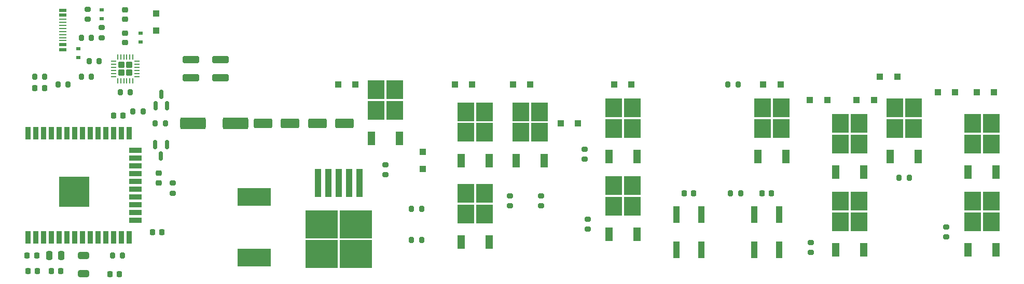
<source format=gbr>
G04 #@! TF.GenerationSoftware,KiCad,Pcbnew,6.0.10-86aedd382b~118~ubuntu22.04.1*
G04 #@! TF.CreationDate,2023-01-30T19:21:06+01:00*
G04 #@! TF.ProjectId,pcb_esp32_wled_pwm_multichannel,7063625f-6573-4703-9332-5f776c65645f,rev?*
G04 #@! TF.SameCoordinates,Original*
G04 #@! TF.FileFunction,Paste,Top*
G04 #@! TF.FilePolarity,Positive*
%FSLAX46Y46*%
G04 Gerber Fmt 4.6, Leading zero omitted, Abs format (unit mm)*
G04 Created by KiCad (PCBNEW 6.0.10-86aedd382b~118~ubuntu22.04.1) date 2023-01-30 19:21:06*
%MOMM*%
%LPD*%
G01*
G04 APERTURE LIST*
G04 Aperture macros list*
%AMRoundRect*
0 Rectangle with rounded corners*
0 $1 Rounding radius*
0 $2 $3 $4 $5 $6 $7 $8 $9 X,Y pos of 4 corners*
0 Add a 4 corners polygon primitive as box body*
4,1,4,$2,$3,$4,$5,$6,$7,$8,$9,$2,$3,0*
0 Add four circle primitives for the rounded corners*
1,1,$1+$1,$2,$3*
1,1,$1+$1,$4,$5*
1,1,$1+$1,$6,$7*
1,1,$1+$1,$8,$9*
0 Add four rect primitives between the rounded corners*
20,1,$1+$1,$2,$3,$4,$5,0*
20,1,$1+$1,$4,$5,$6,$7,0*
20,1,$1+$1,$6,$7,$8,$9,0*
20,1,$1+$1,$8,$9,$2,$3,0*%
G04 Aperture macros list end*
%ADD10R,1.100000X1.100000*%
%ADD11R,1.000000X2.750000*%
%ADD12R,2.750000X3.050000*%
%ADD13R,1.200000X2.200000*%
%ADD14RoundRect,0.200000X0.200000X0.275000X-0.200000X0.275000X-0.200000X-0.275000X0.200000X-0.275000X0*%
%ADD15RoundRect,0.200000X-0.275000X0.200000X-0.275000X-0.200000X0.275000X-0.200000X0.275000X0.200000X0*%
%ADD16RoundRect,0.200000X0.275000X-0.200000X0.275000X0.200000X-0.275000X0.200000X-0.275000X-0.200000X0*%
%ADD17R,0.700000X0.600000*%
%ADD18RoundRect,0.250000X1.250000X0.550000X-1.250000X0.550000X-1.250000X-0.550000X1.250000X-0.550000X0*%
%ADD19RoundRect,0.200000X-0.200000X-0.275000X0.200000X-0.275000X0.200000X0.275000X-0.200000X0.275000X0*%
%ADD20RoundRect,0.225000X-0.225000X-0.250000X0.225000X-0.250000X0.225000X0.250000X-0.225000X0.250000X0*%
%ADD21RoundRect,0.225000X0.225000X0.250000X-0.225000X0.250000X-0.225000X-0.250000X0.225000X-0.250000X0*%
%ADD22RoundRect,0.250000X0.650000X-0.325000X0.650000X0.325000X-0.650000X0.325000X-0.650000X-0.325000X0*%
%ADD23RoundRect,0.225000X-0.250000X0.225000X-0.250000X-0.225000X0.250000X-0.225000X0.250000X0.225000X0*%
%ADD24R,5.400000X2.900000*%
%ADD25RoundRect,0.250000X-0.250000X-0.475000X0.250000X-0.475000X0.250000X0.475000X-0.250000X0.475000X0*%
%ADD26RoundRect,0.250000X-0.275000X0.275000X-0.275000X-0.275000X0.275000X-0.275000X0.275000X0.275000X0*%
%ADD27RoundRect,0.062500X-0.062500X0.350000X-0.062500X-0.350000X0.062500X-0.350000X0.062500X0.350000X0*%
%ADD28RoundRect,0.062500X-0.350000X0.062500X-0.350000X-0.062500X0.350000X-0.062500X0.350000X0.062500X0*%
%ADD29R,0.900000X2.000000*%
%ADD30R,2.000000X0.900000*%
%ADD31R,5.000000X5.000000*%
%ADD32RoundRect,0.250000X-1.100000X0.325000X-1.100000X-0.325000X1.100000X-0.325000X1.100000X0.325000X0*%
%ADD33RoundRect,0.250000X1.825000X0.700000X-1.825000X0.700000X-1.825000X-0.700000X1.825000X-0.700000X0*%
%ADD34RoundRect,0.225000X0.250000X-0.225000X0.250000X0.225000X-0.250000X0.225000X-0.250000X-0.225000X0*%
%ADD35R,5.250000X4.550000*%
%ADD36R,1.100000X4.600000*%
%ADD37R,1.160000X0.580000*%
%ADD38R,1.160000X0.280000*%
%ADD39RoundRect,0.150000X0.150000X-0.587500X0.150000X0.587500X-0.150000X0.587500X-0.150000X-0.587500X0*%
%ADD40RoundRect,0.218750X-0.256250X0.218750X-0.256250X-0.218750X0.256250X-0.218750X0.256250X0.218750X0*%
%ADD41RoundRect,0.150000X-0.150000X0.587500X-0.150000X-0.587500X0.150000X-0.587500X0.150000X0.587500X0*%
G04 APERTURE END LIST*
D10*
G04 #@! TO.C,D111*
X162820000Y-54610000D03*
X160020000Y-54610000D03*
G04 #@! TD*
D11*
G04 #@! TO.C,SW101*
X130080000Y-74590000D03*
X130080000Y-80350000D03*
X134080000Y-74590000D03*
X134080000Y-80350000D03*
G04 #@! TD*
D12*
G04 #@! TO.C,Q111*
X165685000Y-75775000D03*
X168735000Y-75775000D03*
X165685000Y-72425000D03*
X168735000Y-72425000D03*
D13*
X164930000Y-80400000D03*
X169490000Y-80400000D03*
G04 #@! TD*
D14*
G04 #@! TO.C,R126*
X14236200Y-52070000D03*
X12586200Y-52070000D03*
G04 #@! TD*
D12*
G04 #@! TO.C,Q102*
X82930000Y-71155000D03*
X85980000Y-74505000D03*
X82930000Y-74505000D03*
X85980000Y-71155000D03*
D13*
X82175000Y-79130000D03*
X86735000Y-79130000D03*
G04 #@! TD*
D15*
G04 #@! TO.C,R101*
X69850000Y-66485000D03*
X69850000Y-68135000D03*
G04 #@! TD*
D16*
G04 #@! TO.C,R125*
X21285200Y-42735000D03*
X21285200Y-41085000D03*
G04 #@! TD*
D17*
G04 #@! TO.C,D117*
X23571200Y-41210000D03*
X23571200Y-42610000D03*
G04 #@! TD*
D10*
G04 #@! TO.C,D104*
X90675000Y-53340000D03*
X93475000Y-53340000D03*
G04 #@! TD*
D12*
G04 #@! TO.C,Q107*
X134445000Y-60535000D03*
X131395000Y-57185000D03*
X131395000Y-60535000D03*
X134445000Y-57185000D03*
D13*
X130640000Y-65160000D03*
X135200000Y-65160000D03*
G04 #@! TD*
D14*
G04 #@! TO.C,R102*
X75755000Y-78740000D03*
X74105000Y-78740000D03*
G04 #@! TD*
D18*
G04 #@! TO.C,C117*
X54270000Y-59690000D03*
X49870000Y-59690000D03*
G04 #@! TD*
D19*
G04 #@! TO.C,R119*
X16396200Y-53340000D03*
X18046200Y-53340000D03*
G04 #@! TD*
D16*
G04 #@! TO.C,R111*
X161382500Y-78295000D03*
X161382500Y-76645000D03*
G04 #@! TD*
D20*
G04 #@! TO.C,C111*
X118605000Y-71120000D03*
X120155000Y-71120000D03*
G04 #@! TD*
D12*
G04 #@! TO.C,Q105*
X107060000Y-73235000D03*
X107060000Y-69885000D03*
X110110000Y-69885000D03*
X110110000Y-73235000D03*
D13*
X106305000Y-77860000D03*
X110865000Y-77860000D03*
G04 #@! TD*
D16*
G04 #@! TO.C,R105*
X102870000Y-77025000D03*
X102870000Y-75375000D03*
G04 #@! TD*
D10*
G04 #@! TO.C,D107*
X131520000Y-53340000D03*
X134320000Y-53340000D03*
G04 #@! TD*
D12*
G04 #@! TO.C,Q110*
X156035000Y-57185000D03*
X152985000Y-60535000D03*
X152985000Y-57185000D03*
X156035000Y-60535000D03*
D13*
X152230000Y-65160000D03*
X156790000Y-65160000D03*
G04 #@! TD*
D17*
G04 #@! TO.C,D115*
X29921200Y-45020000D03*
X29921200Y-46420000D03*
G04 #@! TD*
D21*
G04 #@! TO.C,C102*
X14186200Y-53975000D03*
X12636200Y-53975000D03*
G04 #@! TD*
D14*
G04 #@! TO.C,R120*
X23126200Y-49530000D03*
X21476200Y-49530000D03*
G04 #@! TD*
D22*
G04 #@! TO.C,C101*
X20574000Y-84279000D03*
X20574000Y-81329000D03*
G04 #@! TD*
D10*
G04 #@! TO.C,D105*
X101240000Y-59690000D03*
X98440000Y-59690000D03*
G04 #@! TD*
G04 #@! TO.C,D102*
X75930000Y-64365000D03*
X75930000Y-67165000D03*
G04 #@! TD*
D14*
G04 #@! TO.C,R112*
X75755000Y-73660000D03*
X74105000Y-73660000D03*
G04 #@! TD*
D15*
G04 #@! TO.C,R104*
X95250000Y-71565000D03*
X95250000Y-73215000D03*
G04 #@! TD*
D12*
G04 #@! TO.C,Q108*
X144095000Y-75775000D03*
X147145000Y-72425000D03*
X147145000Y-75775000D03*
X144095000Y-72425000D03*
D13*
X143340000Y-80400000D03*
X147900000Y-80400000D03*
G04 #@! TD*
D21*
G04 #@! TO.C,C103*
X33363200Y-77470000D03*
X31813200Y-77470000D03*
G04 #@! TD*
D23*
G04 #@! TO.C,C115*
X27381200Y-44945000D03*
X27381200Y-46495000D03*
G04 #@! TD*
D21*
G04 #@! TO.C,C110*
X11493200Y-83820000D03*
X13043200Y-83820000D03*
G04 #@! TD*
D18*
G04 #@! TO.C,C116*
X63160000Y-59690000D03*
X58760000Y-59690000D03*
G04 #@! TD*
D10*
G04 #@! TO.C,D109*
X149560000Y-55880000D03*
X146760000Y-55880000D03*
G04 #@! TD*
D15*
G04 #@! TO.C,R103*
X90170000Y-71565000D03*
X90170000Y-73215000D03*
G04 #@! TD*
D16*
G04 #@! TO.C,R106*
X102380000Y-65595000D03*
X102380000Y-63945000D03*
G04 #@! TD*
D12*
G04 #@! TO.C,Q109*
X147145000Y-63075000D03*
X144095000Y-59725000D03*
X144095000Y-63075000D03*
X147145000Y-59725000D03*
D13*
X143340000Y-67700000D03*
X147900000Y-67700000D03*
G04 #@! TD*
D12*
G04 #@! TO.C,Q101*
X71375000Y-54205000D03*
X68325000Y-57555000D03*
X68325000Y-54205000D03*
X71375000Y-57555000D03*
D13*
X67570000Y-62180000D03*
X72130000Y-62180000D03*
G04 #@! TD*
D17*
G04 #@! TO.C,D116*
X19761200Y-48960000D03*
X19761200Y-47560000D03*
G04 #@! TD*
D24*
G04 #@! TO.C,L101*
X48435584Y-71760660D03*
X48435584Y-81660660D03*
G04 #@! TD*
D14*
G04 #@! TO.C,R118*
X30299200Y-57785000D03*
X28649200Y-57785000D03*
G04 #@! TD*
D16*
G04 #@! TO.C,R108*
X139270000Y-80835000D03*
X139270000Y-79185000D03*
G04 #@! TD*
D20*
G04 #@! TO.C,C108*
X25463200Y-58471500D03*
X27013200Y-58471500D03*
G04 #@! TD*
D21*
G04 #@! TO.C,C105*
X12916200Y-81280000D03*
X11366200Y-81280000D03*
G04 #@! TD*
D12*
G04 #@! TO.C,Q106*
X110110000Y-57185000D03*
X110110000Y-60535000D03*
X107060000Y-57185000D03*
X107060000Y-60535000D03*
D13*
X106305000Y-65160000D03*
X110865000Y-65160000D03*
G04 #@! TD*
D20*
G04 #@! TO.C,C109*
X24879000Y-84328000D03*
X26429000Y-84328000D03*
G04 #@! TD*
G04 #@! TO.C,C107*
X131305000Y-71120000D03*
X132855000Y-71120000D03*
G04 #@! TD*
D12*
G04 #@! TO.C,Q103*
X82930000Y-57820000D03*
X85980000Y-57820000D03*
X82930000Y-61170000D03*
X85980000Y-61170000D03*
D13*
X82175000Y-65795000D03*
X86735000Y-65795000D03*
G04 #@! TD*
D25*
G04 #@! TO.C,C104*
X15001200Y-81280000D03*
X16901200Y-81280000D03*
G04 #@! TD*
D26*
G04 #@! TO.C,U103*
X26731200Y-51450000D03*
X28031200Y-50150000D03*
X26731200Y-50150000D03*
X28031200Y-51450000D03*
D27*
X28631200Y-48862500D03*
X28131200Y-48862500D03*
X27631200Y-48862500D03*
X27131200Y-48862500D03*
X26631200Y-48862500D03*
X26131200Y-48862500D03*
D28*
X25443700Y-49550000D03*
X25443700Y-50050000D03*
X25443700Y-50550000D03*
X25443700Y-51050000D03*
X25443700Y-51550000D03*
X25443700Y-52050000D03*
D27*
X26131200Y-52737500D03*
X26631200Y-52737500D03*
X27131200Y-52737500D03*
X27631200Y-52737500D03*
X28131200Y-52737500D03*
X28631200Y-52737500D03*
D28*
X29318700Y-52050000D03*
X29318700Y-51550000D03*
X29318700Y-51050000D03*
X29318700Y-50550000D03*
X29318700Y-50050000D03*
X29318700Y-49550000D03*
G04 #@! TD*
D10*
G04 #@! TO.C,D108*
X141940000Y-55880000D03*
X139140000Y-55880000D03*
G04 #@! TD*
D11*
G04 #@! TO.C,SW102*
X121380000Y-74590000D03*
X121380000Y-80350000D03*
X117380000Y-80350000D03*
X117380000Y-74590000D03*
G04 #@! TD*
D29*
G04 #@! TO.C,U101*
X11506200Y-78350000D03*
X12776200Y-78350000D03*
X14046200Y-78350000D03*
X15316200Y-78350000D03*
X16586200Y-78350000D03*
X17856200Y-78350000D03*
X19126200Y-78350000D03*
X20396200Y-78350000D03*
X21666200Y-78350000D03*
X22936200Y-78350000D03*
X24206200Y-78350000D03*
X25476200Y-78350000D03*
X26746200Y-78350000D03*
X28016200Y-78350000D03*
D30*
X29016200Y-75565000D03*
X29016200Y-74295000D03*
X29016200Y-73025000D03*
X29016200Y-71755000D03*
X29016200Y-70485000D03*
X29016200Y-69215000D03*
X29016200Y-67945000D03*
X29016200Y-66675000D03*
X29016200Y-65405000D03*
X29016200Y-64135000D03*
D29*
X28016200Y-61350000D03*
X26746200Y-61350000D03*
X25476200Y-61350000D03*
X24206200Y-61350000D03*
X22936200Y-61350000D03*
X21666200Y-61350000D03*
X20396200Y-61350000D03*
X19126200Y-61350000D03*
X17856200Y-61350000D03*
X16586200Y-61350000D03*
X15316200Y-61350000D03*
X14046200Y-61350000D03*
X12776200Y-61350000D03*
X11506200Y-61350000D03*
D31*
X19006200Y-70850000D03*
G04 #@! TD*
D12*
G04 #@! TO.C,Q112*
X168735000Y-63075000D03*
X165685000Y-59725000D03*
X165685000Y-63075000D03*
X168735000Y-59725000D03*
D13*
X164930000Y-67700000D03*
X169490000Y-67700000D03*
G04 #@! TD*
D14*
G04 #@! TO.C,R107*
X127395000Y-53340000D03*
X125745000Y-53340000D03*
G04 #@! TD*
D32*
G04 #@! TO.C,C112*
X38100000Y-49325000D03*
X38100000Y-52275000D03*
G04 #@! TD*
D33*
G04 #@! TO.C,C106*
X45385000Y-59690000D03*
X38435000Y-59690000D03*
G04 #@! TD*
D19*
G04 #@! TO.C,R114*
X126175000Y-71120000D03*
X127825000Y-71120000D03*
G04 #@! TD*
D14*
G04 #@! TO.C,R121*
X28206200Y-54610000D03*
X26556200Y-54610000D03*
G04 #@! TD*
D10*
G04 #@! TO.C,D112*
X169170000Y-54610000D03*
X166370000Y-54610000D03*
G04 #@! TD*
D16*
G04 #@! TO.C,R124*
X23571200Y-45720000D03*
X23571200Y-44070000D03*
G04 #@! TD*
D32*
G04 #@! TO.C,C113*
X42940000Y-49325000D03*
X42940000Y-52275000D03*
G04 #@! TD*
D34*
G04 #@! TO.C,C114*
X27381200Y-42685000D03*
X27381200Y-41135000D03*
G04 #@! TD*
D14*
G04 #@! TO.C,R117*
X33921200Y-59690000D03*
X32271200Y-59690000D03*
G04 #@! TD*
D10*
G04 #@! TO.C,D110*
X150570000Y-52070000D03*
X153370000Y-52070000D03*
G04 #@! TD*
D35*
G04 #@! TO.C,U102*
X59455000Y-76200000D03*
X65005000Y-76200000D03*
X59455000Y-81050000D03*
X65005000Y-81050000D03*
D36*
X65630000Y-69475000D03*
X63930000Y-69475000D03*
X62230000Y-69475000D03*
X60530000Y-69475000D03*
X58830000Y-69475000D03*
G04 #@! TD*
D19*
G04 #@! TO.C,R110*
X153685000Y-68580000D03*
X155335000Y-68580000D03*
G04 #@! TD*
D10*
G04 #@! TO.C,D101*
X62100000Y-53340000D03*
X64900000Y-53340000D03*
G04 #@! TD*
D12*
G04 #@! TO.C,Q104*
X95015000Y-57820000D03*
X91965000Y-57820000D03*
X95015000Y-61170000D03*
X91965000Y-61170000D03*
D13*
X91210000Y-65795000D03*
X95770000Y-65795000D03*
G04 #@! TD*
D20*
G04 #@! TO.C,C118*
X15303200Y-83820000D03*
X16853200Y-83820000D03*
G04 #@! TD*
D15*
G04 #@! TO.C,R113*
X35128200Y-69470000D03*
X35128200Y-71120000D03*
G04 #@! TD*
D10*
G04 #@! TO.C,D106*
X109985000Y-53340000D03*
X107185000Y-53340000D03*
G04 #@! TD*
D37*
G04 #@! TO.C,J109*
X17191200Y-41250000D03*
X17191200Y-42050000D03*
D38*
X17191200Y-43200000D03*
X17191200Y-44200000D03*
X17191200Y-44700000D03*
X17191200Y-45700000D03*
D37*
X17191200Y-46850000D03*
X17191200Y-47650000D03*
X17191200Y-47650000D03*
X17191200Y-46850000D03*
D38*
X17191200Y-46200000D03*
X17191200Y-45200000D03*
X17191200Y-43700000D03*
X17191200Y-42700000D03*
D37*
X17191200Y-42050000D03*
X17191200Y-41250000D03*
G04 #@! TD*
D14*
G04 #@! TO.C,R109*
X26936200Y-81280000D03*
X25286200Y-81280000D03*
G04 #@! TD*
D39*
G04 #@! TO.C,Q114*
X32334200Y-56817500D03*
X34234200Y-56817500D03*
X33284200Y-54942500D03*
G04 #@! TD*
D10*
G04 #@! TO.C,D114*
X32461200Y-41780000D03*
X32461200Y-44580000D03*
G04 #@! TD*
D40*
G04 #@! TO.C,D113*
X32842200Y-67868700D03*
X32842200Y-69443700D03*
G04 #@! TD*
D14*
G04 #@! TO.C,R122*
X21856200Y-52070000D03*
X20206200Y-52070000D03*
G04 #@! TD*
D41*
G04 #@! TO.C,Q113*
X34173200Y-63197500D03*
X32273200Y-63197500D03*
X33223200Y-65072500D03*
G04 #@! TD*
D14*
G04 #@! TO.C,R123*
X21856200Y-45720000D03*
X20206200Y-45720000D03*
G04 #@! TD*
D10*
G04 #@! TO.C,D103*
X83950000Y-53340000D03*
X81150000Y-53340000D03*
G04 #@! TD*
M02*

</source>
